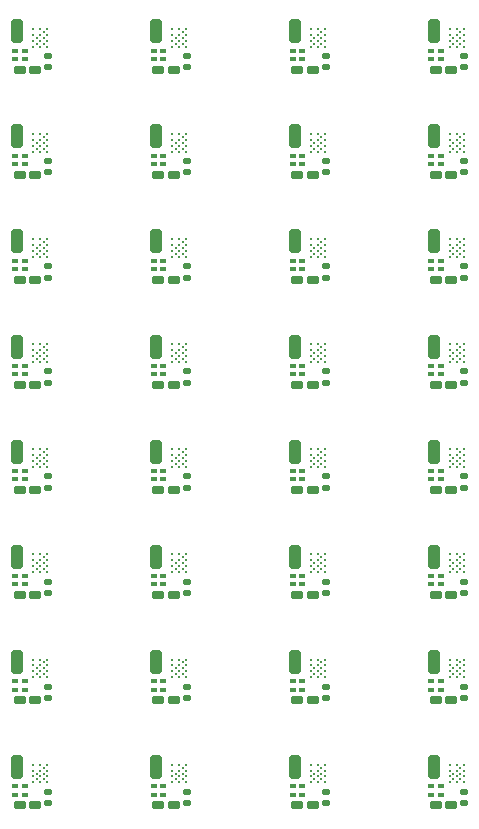
<source format=gbr>
G04 #@! TF.GenerationSoftware,KiCad,Pcbnew,7.0.7-7.0.7~ubuntu22.04.1*
G04 #@! TF.CreationDate,2024-03-29T17:55:08+00:00*
G04 #@! TF.ProjectId,receiver6_rep,72656365-6976-4657-9236-5f7265702e6b,rev?*
G04 #@! TF.SameCoordinates,Original*
G04 #@! TF.FileFunction,Paste,Top*
G04 #@! TF.FilePolarity,Positive*
%FSLAX46Y46*%
G04 Gerber Fmt 4.6, Leading zero omitted, Abs format (unit mm)*
G04 Created by KiCad (PCBNEW 7.0.7-7.0.7~ubuntu22.04.1) date 2024-03-29 17:55:08*
%MOMM*%
%LPD*%
G01*
G04 APERTURE LIST*
G04 Aperture macros list*
%AMRoundRect*
0 Rectangle with rounded corners*
0 $1 Rounding radius*
0 $2 $3 $4 $5 $6 $7 $8 $9 X,Y pos of 4 corners*
0 Add a 4 corners polygon primitive as box body*
4,1,4,$2,$3,$4,$5,$6,$7,$8,$9,$2,$3,0*
0 Add four circle primitives for the rounded corners*
1,1,$1+$1,$2,$3*
1,1,$1+$1,$4,$5*
1,1,$1+$1,$6,$7*
1,1,$1+$1,$8,$9*
0 Add four rect primitives between the rounded corners*
20,1,$1+$1,$2,$3,$4,$5,0*
20,1,$1+$1,$4,$5,$6,$7,0*
20,1,$1+$1,$6,$7,$8,$9,0*
20,1,$1+$1,$8,$9,$2,$3,0*%
G04 Aperture macros list end*
%ADD10RoundRect,0.162500X0.362500X-0.162500X0.362500X0.162500X-0.362500X0.162500X-0.362500X-0.162500X0*%
%ADD11RoundRect,0.140000X-0.170000X0.140000X-0.170000X-0.140000X0.170000X-0.140000X0.170000X0.140000X0*%
%ADD12R,0.500000X0.400000*%
%ADD13RoundRect,0.250000X-0.250000X-0.750000X0.250000X-0.750000X0.250000X0.750000X-0.250000X0.750000X0*%
%ADD14C,0.227000*%
G04 APERTURE END LIST*
D10*
X81100000Y-92800000D03*
D11*
X58700000Y-100550000D03*
X58700000Y-101510000D03*
D12*
X91960000Y-100090000D03*
X91160000Y-100090000D03*
X91160000Y-100790000D03*
X91960000Y-100790000D03*
D13*
X91350000Y-107350000D03*
D14*
X92700000Y-53750000D03*
X93300000Y-53750000D03*
X93900000Y-53750000D03*
X93600000Y-54000000D03*
X92700000Y-54250000D03*
X93300000Y-54250000D03*
X93900000Y-54250000D03*
X93000000Y-54500000D03*
X93600000Y-54500000D03*
X92700000Y-54750000D03*
X93300000Y-54750000D03*
X93900000Y-54750000D03*
X93000000Y-55000000D03*
X93600000Y-55000000D03*
X92700000Y-55250000D03*
X93300000Y-55250000D03*
X93900000Y-55250000D03*
X80950000Y-80450000D03*
X81550000Y-80450000D03*
X82150000Y-80450000D03*
X81850000Y-80700000D03*
X80950000Y-80950000D03*
X81550000Y-80950000D03*
X82150000Y-80950000D03*
X81250000Y-81200000D03*
X81850000Y-81200000D03*
X80950000Y-81450000D03*
X81550000Y-81450000D03*
X82150000Y-81450000D03*
X81250000Y-81700000D03*
X81850000Y-81700000D03*
X80950000Y-81950000D03*
X81550000Y-81950000D03*
X82150000Y-81950000D03*
D13*
X91350000Y-98450000D03*
D10*
X69350000Y-83900000D03*
X91550000Y-110600000D03*
X69350000Y-92800000D03*
X92850000Y-92800000D03*
D13*
X67850000Y-98450000D03*
X56100000Y-53950000D03*
D14*
X80950000Y-89350000D03*
X81550000Y-89350000D03*
X82150000Y-89350000D03*
X81850000Y-89600000D03*
X80950000Y-89850000D03*
X81550000Y-89850000D03*
X82150000Y-89850000D03*
X81250000Y-90100000D03*
X81850000Y-90100000D03*
X80950000Y-90350000D03*
X81550000Y-90350000D03*
X82150000Y-90350000D03*
X81250000Y-90600000D03*
X81850000Y-90600000D03*
X80950000Y-90850000D03*
X81550000Y-90850000D03*
X82150000Y-90850000D03*
D10*
X57600000Y-83900000D03*
X68050000Y-110600000D03*
D12*
X68460000Y-82290000D03*
X67660000Y-82290000D03*
X67660000Y-82990000D03*
X68460000Y-82990000D03*
X80210000Y-46690000D03*
X79410000Y-46690000D03*
X79410000Y-47390000D03*
X80210000Y-47390000D03*
D13*
X67850000Y-53950000D03*
D14*
X80950000Y-53750000D03*
X81550000Y-53750000D03*
X82150000Y-53750000D03*
X81850000Y-54000000D03*
X80950000Y-54250000D03*
X81550000Y-54250000D03*
X82150000Y-54250000D03*
X81250000Y-54500000D03*
X81850000Y-54500000D03*
X80950000Y-54750000D03*
X81550000Y-54750000D03*
X82150000Y-54750000D03*
X81250000Y-55000000D03*
X81850000Y-55000000D03*
X80950000Y-55250000D03*
X81550000Y-55250000D03*
X82150000Y-55250000D03*
X92700000Y-44850000D03*
X93300000Y-44850000D03*
X93900000Y-44850000D03*
X93600000Y-45100000D03*
X92700000Y-45350000D03*
X93300000Y-45350000D03*
X93900000Y-45350000D03*
X93000000Y-45600000D03*
X93600000Y-45600000D03*
X92700000Y-45850000D03*
X93300000Y-45850000D03*
X93900000Y-45850000D03*
X93000000Y-46100000D03*
X93600000Y-46100000D03*
X92700000Y-46350000D03*
X93300000Y-46350000D03*
X93900000Y-46350000D03*
D13*
X91350000Y-62850000D03*
D10*
X81100000Y-75000000D03*
D14*
X57450000Y-107150000D03*
X58050000Y-107150000D03*
X58650000Y-107150000D03*
X58350000Y-107400000D03*
X57450000Y-107650000D03*
X58050000Y-107650000D03*
X58650000Y-107650000D03*
X57750000Y-107900000D03*
X58350000Y-107900000D03*
X57450000Y-108150000D03*
X58050000Y-108150000D03*
X58650000Y-108150000D03*
X57750000Y-108400000D03*
X58350000Y-108400000D03*
X57450000Y-108650000D03*
X58050000Y-108650000D03*
X58650000Y-108650000D03*
D10*
X79800000Y-57200000D03*
D14*
X69200000Y-98250000D03*
X69800000Y-98250000D03*
X70400000Y-98250000D03*
X70100000Y-98500000D03*
X69200000Y-98750000D03*
X69800000Y-98750000D03*
X70400000Y-98750000D03*
X69500000Y-99000000D03*
X70100000Y-99000000D03*
X69200000Y-99250000D03*
X69800000Y-99250000D03*
X70400000Y-99250000D03*
X69500000Y-99500000D03*
X70100000Y-99500000D03*
X69200000Y-99750000D03*
X69800000Y-99750000D03*
X70400000Y-99750000D03*
D13*
X56100000Y-80650000D03*
D10*
X81100000Y-66100000D03*
X56300000Y-66100000D03*
D14*
X80950000Y-107150000D03*
X81550000Y-107150000D03*
X82150000Y-107150000D03*
X81850000Y-107400000D03*
X80950000Y-107650000D03*
X81550000Y-107650000D03*
X82150000Y-107650000D03*
X81250000Y-107900000D03*
X81850000Y-107900000D03*
X80950000Y-108150000D03*
X81550000Y-108150000D03*
X82150000Y-108150000D03*
X81250000Y-108400000D03*
X81850000Y-108400000D03*
X80950000Y-108650000D03*
X81550000Y-108650000D03*
X82150000Y-108650000D03*
D10*
X69350000Y-57200000D03*
X57600000Y-92800000D03*
D11*
X70450000Y-56050000D03*
X70450000Y-57010000D03*
D10*
X68050000Y-83900000D03*
D12*
X56710000Y-46690000D03*
X55910000Y-46690000D03*
X55910000Y-47390000D03*
X56710000Y-47390000D03*
D10*
X56300000Y-101700000D03*
D14*
X92700000Y-98250000D03*
X93300000Y-98250000D03*
X93900000Y-98250000D03*
X93600000Y-98500000D03*
X92700000Y-98750000D03*
X93300000Y-98750000D03*
X93900000Y-98750000D03*
X93000000Y-99000000D03*
X93600000Y-99000000D03*
X92700000Y-99250000D03*
X93300000Y-99250000D03*
X93900000Y-99250000D03*
X93000000Y-99500000D03*
X93600000Y-99500000D03*
X92700000Y-99750000D03*
X93300000Y-99750000D03*
X93900000Y-99750000D03*
D12*
X56710000Y-64490000D03*
X55910000Y-64490000D03*
X55910000Y-65190000D03*
X56710000Y-65190000D03*
D14*
X57450000Y-98250000D03*
X58050000Y-98250000D03*
X58650000Y-98250000D03*
X58350000Y-98500000D03*
X57450000Y-98750000D03*
X58050000Y-98750000D03*
X58650000Y-98750000D03*
X57750000Y-99000000D03*
X58350000Y-99000000D03*
X57450000Y-99250000D03*
X58050000Y-99250000D03*
X58650000Y-99250000D03*
X57750000Y-99500000D03*
X58350000Y-99500000D03*
X57450000Y-99750000D03*
X58050000Y-99750000D03*
X58650000Y-99750000D03*
D11*
X82200000Y-109450000D03*
X82200000Y-110410000D03*
X82200000Y-91650000D03*
X82200000Y-92610000D03*
D13*
X67850000Y-45050000D03*
D10*
X91550000Y-83900000D03*
D13*
X79600000Y-71750000D03*
D14*
X80950000Y-71550000D03*
X81550000Y-71550000D03*
X82150000Y-71550000D03*
X81850000Y-71800000D03*
X80950000Y-72050000D03*
X81550000Y-72050000D03*
X82150000Y-72050000D03*
X81250000Y-72300000D03*
X81850000Y-72300000D03*
X80950000Y-72550000D03*
X81550000Y-72550000D03*
X82150000Y-72550000D03*
X81250000Y-72800000D03*
X81850000Y-72800000D03*
X80950000Y-73050000D03*
X81550000Y-73050000D03*
X82150000Y-73050000D03*
X69200000Y-53750000D03*
X69800000Y-53750000D03*
X70400000Y-53750000D03*
X70100000Y-54000000D03*
X69200000Y-54250000D03*
X69800000Y-54250000D03*
X70400000Y-54250000D03*
X69500000Y-54500000D03*
X70100000Y-54500000D03*
X69200000Y-54750000D03*
X69800000Y-54750000D03*
X70400000Y-54750000D03*
X69500000Y-55000000D03*
X70100000Y-55000000D03*
X69200000Y-55250000D03*
X69800000Y-55250000D03*
X70400000Y-55250000D03*
D10*
X68050000Y-48300000D03*
D13*
X67850000Y-62850000D03*
D11*
X82200000Y-64950000D03*
X82200000Y-65910000D03*
D10*
X81100000Y-48300000D03*
D12*
X80210000Y-82290000D03*
X79410000Y-82290000D03*
X79410000Y-82990000D03*
X80210000Y-82990000D03*
D10*
X91550000Y-57200000D03*
D12*
X68460000Y-100090000D03*
X67660000Y-100090000D03*
X67660000Y-100790000D03*
X68460000Y-100790000D03*
D10*
X56300000Y-92800000D03*
D13*
X56100000Y-89550000D03*
D10*
X79800000Y-66100000D03*
D12*
X68460000Y-64490000D03*
X67660000Y-64490000D03*
X67660000Y-65190000D03*
X68460000Y-65190000D03*
D13*
X91350000Y-53950000D03*
D10*
X92850000Y-75000000D03*
D12*
X56710000Y-108990000D03*
X55910000Y-108990000D03*
X55910000Y-109690000D03*
X56710000Y-109690000D03*
D11*
X70450000Y-100550000D03*
X70450000Y-101510000D03*
D14*
X57450000Y-62650000D03*
X58050000Y-62650000D03*
X58650000Y-62650000D03*
X58350000Y-62900000D03*
X57450000Y-63150000D03*
X58050000Y-63150000D03*
X58650000Y-63150000D03*
X57750000Y-63400000D03*
X58350000Y-63400000D03*
X57450000Y-63650000D03*
X58050000Y-63650000D03*
X58650000Y-63650000D03*
X57750000Y-63900000D03*
X58350000Y-63900000D03*
X57450000Y-64150000D03*
X58050000Y-64150000D03*
X58650000Y-64150000D03*
D11*
X58700000Y-91650000D03*
X58700000Y-92610000D03*
D12*
X56710000Y-55590000D03*
X55910000Y-55590000D03*
X55910000Y-56290000D03*
X56710000Y-56290000D03*
D10*
X92850000Y-66100000D03*
D14*
X80950000Y-44850000D03*
X81550000Y-44850000D03*
X82150000Y-44850000D03*
X81850000Y-45100000D03*
X80950000Y-45350000D03*
X81550000Y-45350000D03*
X82150000Y-45350000D03*
X81250000Y-45600000D03*
X81850000Y-45600000D03*
X80950000Y-45850000D03*
X81550000Y-45850000D03*
X82150000Y-45850000D03*
X81250000Y-46100000D03*
X81850000Y-46100000D03*
X80950000Y-46350000D03*
X81550000Y-46350000D03*
X82150000Y-46350000D03*
D10*
X57600000Y-57200000D03*
D11*
X70450000Y-64950000D03*
X70450000Y-65910000D03*
D10*
X68050000Y-57200000D03*
X81100000Y-83900000D03*
D11*
X82200000Y-56050000D03*
X82200000Y-57010000D03*
X82200000Y-82750000D03*
X82200000Y-83710000D03*
X58700000Y-82750000D03*
X58700000Y-83710000D03*
D10*
X91550000Y-101700000D03*
D14*
X92700000Y-89350000D03*
X93300000Y-89350000D03*
X93900000Y-89350000D03*
X93600000Y-89600000D03*
X92700000Y-89850000D03*
X93300000Y-89850000D03*
X93900000Y-89850000D03*
X93000000Y-90100000D03*
X93600000Y-90100000D03*
X92700000Y-90350000D03*
X93300000Y-90350000D03*
X93900000Y-90350000D03*
X93000000Y-90600000D03*
X93600000Y-90600000D03*
X92700000Y-90850000D03*
X93300000Y-90850000D03*
X93900000Y-90850000D03*
D11*
X58700000Y-64950000D03*
X58700000Y-65910000D03*
X93950000Y-73850000D03*
X93950000Y-74810000D03*
X70450000Y-109450000D03*
X70450000Y-110410000D03*
D12*
X56710000Y-73390000D03*
X55910000Y-73390000D03*
X55910000Y-74090000D03*
X56710000Y-74090000D03*
D14*
X92700000Y-62650000D03*
X93300000Y-62650000D03*
X93900000Y-62650000D03*
X93600000Y-62900000D03*
X92700000Y-63150000D03*
X93300000Y-63150000D03*
X93900000Y-63150000D03*
X93000000Y-63400000D03*
X93600000Y-63400000D03*
X92700000Y-63650000D03*
X93300000Y-63650000D03*
X93900000Y-63650000D03*
X93000000Y-63900000D03*
X93600000Y-63900000D03*
X92700000Y-64150000D03*
X93300000Y-64150000D03*
X93900000Y-64150000D03*
D11*
X58700000Y-73850000D03*
X58700000Y-74810000D03*
D13*
X91350000Y-89550000D03*
X79600000Y-53950000D03*
X67850000Y-80650000D03*
D10*
X56300000Y-110600000D03*
X69350000Y-48300000D03*
X92850000Y-57200000D03*
D11*
X70450000Y-82750000D03*
X70450000Y-83710000D03*
D10*
X69350000Y-66100000D03*
D13*
X91350000Y-80650000D03*
D10*
X91550000Y-92800000D03*
D12*
X91960000Y-55590000D03*
X91160000Y-55590000D03*
X91160000Y-56290000D03*
X91960000Y-56290000D03*
D10*
X81100000Y-101700000D03*
D14*
X57450000Y-71550000D03*
X58050000Y-71550000D03*
X58650000Y-71550000D03*
X58350000Y-71800000D03*
X57450000Y-72050000D03*
X58050000Y-72050000D03*
X58650000Y-72050000D03*
X57750000Y-72300000D03*
X58350000Y-72300000D03*
X57450000Y-72550000D03*
X58050000Y-72550000D03*
X58650000Y-72550000D03*
X57750000Y-72800000D03*
X58350000Y-72800000D03*
X57450000Y-73050000D03*
X58050000Y-73050000D03*
X58650000Y-73050000D03*
D10*
X81100000Y-110600000D03*
X68050000Y-92800000D03*
D12*
X91960000Y-73390000D03*
X91160000Y-73390000D03*
X91160000Y-74090000D03*
X91960000Y-74090000D03*
D10*
X68050000Y-75000000D03*
D13*
X56100000Y-62850000D03*
D14*
X57450000Y-89350000D03*
X58050000Y-89350000D03*
X58650000Y-89350000D03*
X58350000Y-89600000D03*
X57450000Y-89850000D03*
X58050000Y-89850000D03*
X58650000Y-89850000D03*
X57750000Y-90100000D03*
X58350000Y-90100000D03*
X57450000Y-90350000D03*
X58050000Y-90350000D03*
X58650000Y-90350000D03*
X57750000Y-90600000D03*
X58350000Y-90600000D03*
X57450000Y-90850000D03*
X58050000Y-90850000D03*
X58650000Y-90850000D03*
D12*
X91960000Y-46690000D03*
X91160000Y-46690000D03*
X91160000Y-47390000D03*
X91960000Y-47390000D03*
D14*
X69200000Y-107150000D03*
X69800000Y-107150000D03*
X70400000Y-107150000D03*
X70100000Y-107400000D03*
X69200000Y-107650000D03*
X69800000Y-107650000D03*
X70400000Y-107650000D03*
X69500000Y-107900000D03*
X70100000Y-107900000D03*
X69200000Y-108150000D03*
X69800000Y-108150000D03*
X70400000Y-108150000D03*
X69500000Y-108400000D03*
X70100000Y-108400000D03*
X69200000Y-108650000D03*
X69800000Y-108650000D03*
X70400000Y-108650000D03*
D12*
X56710000Y-100090000D03*
X55910000Y-100090000D03*
X55910000Y-100790000D03*
X56710000Y-100790000D03*
X91960000Y-82290000D03*
X91160000Y-82290000D03*
X91160000Y-82990000D03*
X91960000Y-82990000D03*
D10*
X79800000Y-92800000D03*
D14*
X69200000Y-89350000D03*
X69800000Y-89350000D03*
X70400000Y-89350000D03*
X70100000Y-89600000D03*
X69200000Y-89850000D03*
X69800000Y-89850000D03*
X70400000Y-89850000D03*
X69500000Y-90100000D03*
X70100000Y-90100000D03*
X69200000Y-90350000D03*
X69800000Y-90350000D03*
X70400000Y-90350000D03*
X69500000Y-90600000D03*
X70100000Y-90600000D03*
X69200000Y-90850000D03*
X69800000Y-90850000D03*
X70400000Y-90850000D03*
D11*
X58700000Y-56050000D03*
X58700000Y-57010000D03*
D14*
X69200000Y-44850000D03*
X69800000Y-44850000D03*
X70400000Y-44850000D03*
X70100000Y-45100000D03*
X69200000Y-45350000D03*
X69800000Y-45350000D03*
X70400000Y-45350000D03*
X69500000Y-45600000D03*
X70100000Y-45600000D03*
X69200000Y-45850000D03*
X69800000Y-45850000D03*
X70400000Y-45850000D03*
X69500000Y-46100000D03*
X70100000Y-46100000D03*
X69200000Y-46350000D03*
X69800000Y-46350000D03*
X70400000Y-46350000D03*
D12*
X80210000Y-64490000D03*
X79410000Y-64490000D03*
X79410000Y-65190000D03*
X80210000Y-65190000D03*
D14*
X57450000Y-53750000D03*
X58050000Y-53750000D03*
X58650000Y-53750000D03*
X58350000Y-54000000D03*
X57450000Y-54250000D03*
X58050000Y-54250000D03*
X58650000Y-54250000D03*
X57750000Y-54500000D03*
X58350000Y-54500000D03*
X57450000Y-54750000D03*
X58050000Y-54750000D03*
X58650000Y-54750000D03*
X57750000Y-55000000D03*
X58350000Y-55000000D03*
X57450000Y-55250000D03*
X58050000Y-55250000D03*
X58650000Y-55250000D03*
D12*
X68460000Y-55590000D03*
X67660000Y-55590000D03*
X67660000Y-56290000D03*
X68460000Y-56290000D03*
D10*
X92850000Y-110600000D03*
D13*
X56100000Y-98450000D03*
D14*
X69200000Y-80450000D03*
X69800000Y-80450000D03*
X70400000Y-80450000D03*
X70100000Y-80700000D03*
X69200000Y-80950000D03*
X69800000Y-80950000D03*
X70400000Y-80950000D03*
X69500000Y-81200000D03*
X70100000Y-81200000D03*
X69200000Y-81450000D03*
X69800000Y-81450000D03*
X70400000Y-81450000D03*
X69500000Y-81700000D03*
X70100000Y-81700000D03*
X69200000Y-81950000D03*
X69800000Y-81950000D03*
X70400000Y-81950000D03*
X80950000Y-98250000D03*
X81550000Y-98250000D03*
X82150000Y-98250000D03*
X81850000Y-98500000D03*
X80950000Y-98750000D03*
X81550000Y-98750000D03*
X82150000Y-98750000D03*
X81250000Y-99000000D03*
X81850000Y-99000000D03*
X80950000Y-99250000D03*
X81550000Y-99250000D03*
X82150000Y-99250000D03*
X81250000Y-99500000D03*
X81850000Y-99500000D03*
X80950000Y-99750000D03*
X81550000Y-99750000D03*
X82150000Y-99750000D03*
D12*
X91960000Y-108990000D03*
X91160000Y-108990000D03*
X91160000Y-109690000D03*
X91960000Y-109690000D03*
D11*
X82200000Y-73850000D03*
X82200000Y-74810000D03*
D12*
X68460000Y-46690000D03*
X67660000Y-46690000D03*
X67660000Y-47390000D03*
X68460000Y-47390000D03*
D11*
X93950000Y-82750000D03*
X93950000Y-83710000D03*
D12*
X80210000Y-55590000D03*
X79410000Y-55590000D03*
X79410000Y-56290000D03*
X80210000Y-56290000D03*
X91960000Y-64490000D03*
X91160000Y-64490000D03*
X91160000Y-65190000D03*
X91960000Y-65190000D03*
D13*
X56100000Y-45050000D03*
D12*
X68460000Y-108990000D03*
X67660000Y-108990000D03*
X67660000Y-109690000D03*
X68460000Y-109690000D03*
D14*
X69200000Y-62650000D03*
X69800000Y-62650000D03*
X70400000Y-62650000D03*
X70100000Y-62900000D03*
X69200000Y-63150000D03*
X69800000Y-63150000D03*
X70400000Y-63150000D03*
X69500000Y-63400000D03*
X70100000Y-63400000D03*
X69200000Y-63650000D03*
X69800000Y-63650000D03*
X70400000Y-63650000D03*
X69500000Y-63900000D03*
X70100000Y-63900000D03*
X69200000Y-64150000D03*
X69800000Y-64150000D03*
X70400000Y-64150000D03*
D13*
X79600000Y-80650000D03*
D10*
X56300000Y-57200000D03*
D11*
X58700000Y-109450000D03*
X58700000Y-110410000D03*
X70450000Y-91650000D03*
X70450000Y-92610000D03*
D10*
X79800000Y-75000000D03*
D12*
X68460000Y-91190000D03*
X67660000Y-91190000D03*
X67660000Y-91890000D03*
X68460000Y-91890000D03*
X91960000Y-91190000D03*
X91160000Y-91190000D03*
X91160000Y-91890000D03*
X91960000Y-91890000D03*
D10*
X79800000Y-110600000D03*
D12*
X80210000Y-100090000D03*
X79410000Y-100090000D03*
X79410000Y-100790000D03*
X80210000Y-100790000D03*
D14*
X69200000Y-71550000D03*
X69800000Y-71550000D03*
X70400000Y-71550000D03*
X70100000Y-71800000D03*
X69200000Y-72050000D03*
X69800000Y-72050000D03*
X70400000Y-72050000D03*
X69500000Y-72300000D03*
X70100000Y-72300000D03*
X69200000Y-72550000D03*
X69800000Y-72550000D03*
X70400000Y-72550000D03*
X69500000Y-72800000D03*
X70100000Y-72800000D03*
X69200000Y-73050000D03*
X69800000Y-73050000D03*
X70400000Y-73050000D03*
X92700000Y-107150000D03*
X93300000Y-107150000D03*
X93900000Y-107150000D03*
X93600000Y-107400000D03*
X92700000Y-107650000D03*
X93300000Y-107650000D03*
X93900000Y-107650000D03*
X93000000Y-107900000D03*
X93600000Y-107900000D03*
X92700000Y-108150000D03*
X93300000Y-108150000D03*
X93900000Y-108150000D03*
X93000000Y-108400000D03*
X93600000Y-108400000D03*
X92700000Y-108650000D03*
X93300000Y-108650000D03*
X93900000Y-108650000D03*
X92700000Y-71550000D03*
X93300000Y-71550000D03*
X93900000Y-71550000D03*
X93600000Y-71800000D03*
X92700000Y-72050000D03*
X93300000Y-72050000D03*
X93900000Y-72050000D03*
X93000000Y-72300000D03*
X93600000Y-72300000D03*
X92700000Y-72550000D03*
X93300000Y-72550000D03*
X93900000Y-72550000D03*
X93000000Y-72800000D03*
X93600000Y-72800000D03*
X92700000Y-73050000D03*
X93300000Y-73050000D03*
X93900000Y-73050000D03*
X92700000Y-80450000D03*
X93300000Y-80450000D03*
X93900000Y-80450000D03*
X93600000Y-80700000D03*
X92700000Y-80950000D03*
X93300000Y-80950000D03*
X93900000Y-80950000D03*
X93000000Y-81200000D03*
X93600000Y-81200000D03*
X92700000Y-81450000D03*
X93300000Y-81450000D03*
X93900000Y-81450000D03*
X93000000Y-81700000D03*
X93600000Y-81700000D03*
X92700000Y-81950000D03*
X93300000Y-81950000D03*
X93900000Y-81950000D03*
D10*
X92850000Y-101700000D03*
X57600000Y-75000000D03*
D13*
X79600000Y-107350000D03*
X67850000Y-71750000D03*
X79600000Y-45050000D03*
D14*
X80950000Y-62650000D03*
X81550000Y-62650000D03*
X82150000Y-62650000D03*
X81850000Y-62900000D03*
X80950000Y-63150000D03*
X81550000Y-63150000D03*
X82150000Y-63150000D03*
X81250000Y-63400000D03*
X81850000Y-63400000D03*
X80950000Y-63650000D03*
X81550000Y-63650000D03*
X82150000Y-63650000D03*
X81250000Y-63900000D03*
X81850000Y-63900000D03*
X80950000Y-64150000D03*
X81550000Y-64150000D03*
X82150000Y-64150000D03*
D11*
X82200000Y-100550000D03*
X82200000Y-101510000D03*
X93950000Y-56050000D03*
X93950000Y-57010000D03*
X70450000Y-73850000D03*
X70450000Y-74810000D03*
D13*
X79600000Y-62850000D03*
D10*
X91550000Y-48300000D03*
X92850000Y-48300000D03*
X69350000Y-101700000D03*
D11*
X70450000Y-47150000D03*
X70450000Y-48110000D03*
X93950000Y-47150000D03*
X93950000Y-48110000D03*
D10*
X57600000Y-101700000D03*
X68050000Y-101700000D03*
D13*
X56100000Y-71750000D03*
D11*
X82200000Y-47150000D03*
X82200000Y-48110000D03*
D10*
X69350000Y-75000000D03*
X79800000Y-48300000D03*
D14*
X57450000Y-44850000D03*
X58050000Y-44850000D03*
X58650000Y-44850000D03*
X58350000Y-45100000D03*
X57450000Y-45350000D03*
X58050000Y-45350000D03*
X58650000Y-45350000D03*
X57750000Y-45600000D03*
X58350000Y-45600000D03*
X57450000Y-45850000D03*
X58050000Y-45850000D03*
X58650000Y-45850000D03*
X57750000Y-46100000D03*
X58350000Y-46100000D03*
X57450000Y-46350000D03*
X58050000Y-46350000D03*
X58650000Y-46350000D03*
D13*
X67850000Y-89550000D03*
D10*
X91550000Y-66100000D03*
D13*
X67850000Y-107350000D03*
D11*
X93950000Y-64950000D03*
X93950000Y-65910000D03*
D12*
X56710000Y-82290000D03*
X55910000Y-82290000D03*
X55910000Y-82990000D03*
X56710000Y-82990000D03*
D11*
X93950000Y-109450000D03*
X93950000Y-110410000D03*
D13*
X79600000Y-89550000D03*
D12*
X68460000Y-73390000D03*
X67660000Y-73390000D03*
X67660000Y-74090000D03*
X68460000Y-74090000D03*
D10*
X79800000Y-101700000D03*
X92850000Y-83900000D03*
D11*
X58700000Y-47150000D03*
X58700000Y-48110000D03*
D13*
X91350000Y-45050000D03*
D10*
X68050000Y-66100000D03*
D11*
X93950000Y-100550000D03*
X93950000Y-101510000D03*
D13*
X56100000Y-107350000D03*
D12*
X80210000Y-73390000D03*
X79410000Y-73390000D03*
X79410000Y-74090000D03*
X80210000Y-74090000D03*
D10*
X91550000Y-75000000D03*
D12*
X56710000Y-91190000D03*
X55910000Y-91190000D03*
X55910000Y-91890000D03*
X56710000Y-91890000D03*
D10*
X79800000Y-83900000D03*
X81100000Y-57200000D03*
X57600000Y-48300000D03*
X57600000Y-110600000D03*
X56300000Y-83900000D03*
X56300000Y-75000000D03*
D11*
X93950000Y-91650000D03*
X93950000Y-92610000D03*
D12*
X80210000Y-91190000D03*
X79410000Y-91190000D03*
X79410000Y-91890000D03*
X80210000Y-91890000D03*
D14*
X57450000Y-80450000D03*
X58050000Y-80450000D03*
X58650000Y-80450000D03*
X58350000Y-80700000D03*
X57450000Y-80950000D03*
X58050000Y-80950000D03*
X58650000Y-80950000D03*
X57750000Y-81200000D03*
X58350000Y-81200000D03*
X57450000Y-81450000D03*
X58050000Y-81450000D03*
X58650000Y-81450000D03*
X57750000Y-81700000D03*
X58350000Y-81700000D03*
X57450000Y-81950000D03*
X58050000Y-81950000D03*
X58650000Y-81950000D03*
D12*
X80210000Y-108990000D03*
X79410000Y-108990000D03*
X79410000Y-109690000D03*
X80210000Y-109690000D03*
D13*
X79600000Y-98450000D03*
D10*
X69350000Y-110600000D03*
X57600000Y-66100000D03*
D13*
X91350000Y-71750000D03*
D10*
X56300000Y-48300000D03*
M02*

</source>
